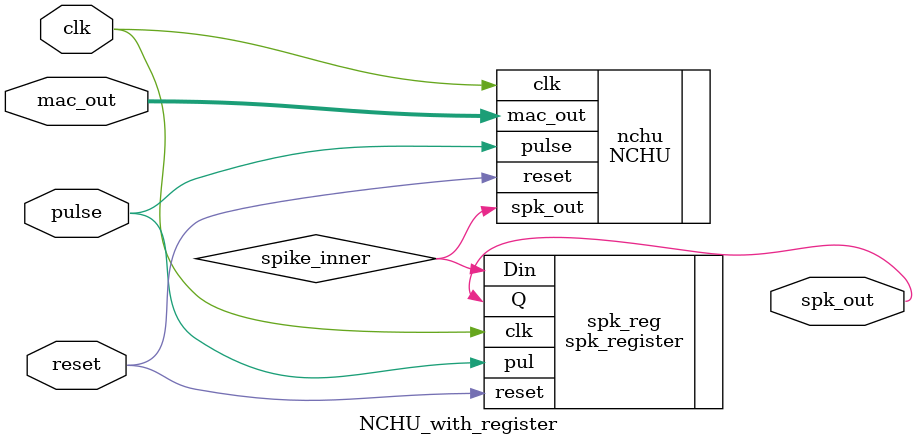
<source format=v>
`timescale 1ns / 1ps

module NCHU_with_register(input [7:0] mac_out, output spk_out, input clk, input pulse, input reset);
wire spike_inner;
 NCHU nchu(.mac_out(mac_out), .spk_out(spike_inner), .clk(clk), .pulse(pulse),.reset(reset));
 spk_register spk_reg(.Din(spike_inner), .clk(clk), .reset(reset), .Q(spk_out), .pul(pulse));
endmodule


</source>
